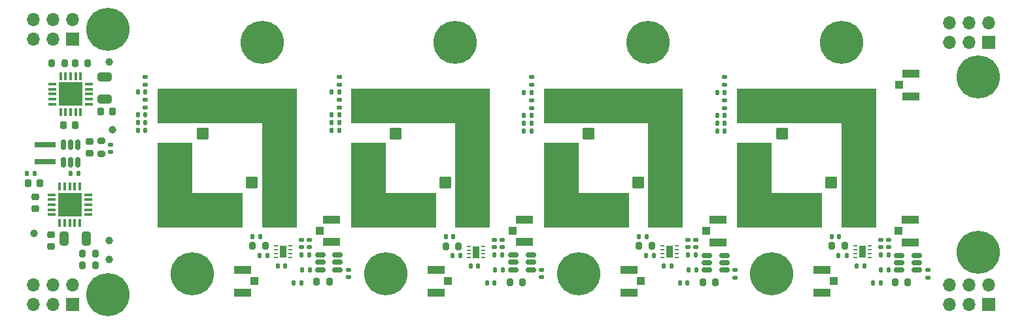
<source format=gts>
G04 #@! TF.GenerationSoftware,KiCad,Pcbnew,8.0.7-8.0.7-0~ubuntu22.04.1*
G04 #@! TF.CreationDate,2025-03-20T12:44:01-04:00*
G04 #@! TF.ProjectId,trigger,74726967-6765-4722-9e6b-696361645f70,rev?*
G04 #@! TF.SameCoordinates,Original*
G04 #@! TF.FileFunction,Soldermask,Top*
G04 #@! TF.FilePolarity,Negative*
%FSLAX46Y46*%
G04 Gerber Fmt 4.6, Leading zero omitted, Abs format (unit mm)*
G04 Created by KiCad (PCBNEW 8.0.7-8.0.7-0~ubuntu22.04.1) date 2025-03-20 12:44:01*
%MOMM*%
%LPD*%
G01*
G04 APERTURE LIST*
G04 Aperture macros list*
%AMRoundRect*
0 Rectangle with rounded corners*
0 $1 Rounding radius*
0 $2 $3 $4 $5 $6 $7 $8 $9 X,Y pos of 4 corners*
0 Add a 4 corners polygon primitive as box body*
4,1,4,$2,$3,$4,$5,$6,$7,$8,$9,$2,$3,0*
0 Add four circle primitives for the rounded corners*
1,1,$1+$1,$2,$3*
1,1,$1+$1,$4,$5*
1,1,$1+$1,$6,$7*
1,1,$1+$1,$8,$9*
0 Add four rect primitives between the rounded corners*
20,1,$1+$1,$2,$3,$4,$5,0*
20,1,$1+$1,$4,$5,$6,$7,0*
20,1,$1+$1,$6,$7,$8,$9,0*
20,1,$1+$1,$8,$9,$2,$3,0*%
G04 Aperture macros list end*
%ADD10C,5.600000*%
%ADD11RoundRect,0.062500X-0.187500X-0.062500X0.187500X-0.062500X0.187500X0.062500X-0.187500X0.062500X0*%
%ADD12R,0.900000X1.600000*%
%ADD13RoundRect,0.200000X0.200000X0.275000X-0.200000X0.275000X-0.200000X-0.275000X0.200000X-0.275000X0*%
%ADD14RoundRect,0.200000X-0.200000X-0.275000X0.200000X-0.275000X0.200000X0.275000X-0.200000X0.275000X0*%
%ADD15RoundRect,0.135000X-0.135000X-0.185000X0.135000X-0.185000X0.135000X0.185000X-0.135000X0.185000X0*%
%ADD16RoundRect,0.140000X-0.140000X-0.170000X0.140000X-0.170000X0.140000X0.170000X-0.140000X0.170000X0*%
%ADD17RoundRect,0.225000X-0.225000X-0.250000X0.225000X-0.250000X0.225000X0.250000X-0.225000X0.250000X0*%
%ADD18RoundRect,0.225000X0.250000X-0.225000X0.250000X0.225000X-0.250000X0.225000X-0.250000X-0.225000X0*%
%ADD19RoundRect,0.225000X-0.250000X0.225000X-0.250000X-0.225000X0.250000X-0.225000X0.250000X0.225000X0*%
%ADD20RoundRect,0.225000X0.225000X0.250000X-0.225000X0.250000X-0.225000X-0.250000X0.225000X-0.250000X0*%
%ADD21R,1.050000X1.000000*%
%ADD22R,2.200000X1.050000*%
%ADD23RoundRect,0.140000X0.140000X0.170000X-0.140000X0.170000X-0.140000X-0.170000X0.140000X-0.170000X0*%
%ADD24RoundRect,0.135000X-0.185000X0.135000X-0.185000X-0.135000X0.185000X-0.135000X0.185000X0.135000X0*%
%ADD25RoundRect,0.140000X-0.170000X0.140000X-0.170000X-0.140000X0.170000X-0.140000X0.170000X0.140000X0*%
%ADD26R,2.700000X0.800000*%
%ADD27RoundRect,0.135000X0.135000X0.185000X-0.135000X0.185000X-0.135000X-0.185000X0.135000X-0.185000X0*%
%ADD28RoundRect,0.150000X-0.512500X-0.150000X0.512500X-0.150000X0.512500X0.150000X-0.512500X0.150000X0*%
%ADD29RoundRect,0.098425X0.651575X0.651575X-0.651575X0.651575X-0.651575X-0.651575X0.651575X-0.651575X0*%
%ADD30RoundRect,0.140000X0.170000X-0.140000X0.170000X0.140000X-0.170000X0.140000X-0.170000X-0.140000X0*%
%ADD31C,1.000000*%
%ADD32RoundRect,0.250000X-0.650000X0.325000X-0.650000X-0.325000X0.650000X-0.325000X0.650000X0.325000X0*%
%ADD33RoundRect,0.087500X0.425000X0.087500X-0.425000X0.087500X-0.425000X-0.087500X0.425000X-0.087500X0*%
%ADD34RoundRect,0.087500X0.087500X0.425000X-0.087500X0.425000X-0.087500X-0.425000X0.087500X-0.425000X0*%
%ADD35R,3.150000X3.150000*%
%ADD36RoundRect,0.250000X0.325000X0.650000X-0.325000X0.650000X-0.325000X-0.650000X0.325000X-0.650000X0*%
%ADD37RoundRect,0.087500X-0.087500X0.425000X-0.087500X-0.425000X0.087500X-0.425000X0.087500X0.425000X0*%
%ADD38RoundRect,0.087500X-0.425000X0.087500X-0.425000X-0.087500X0.425000X-0.087500X0.425000X0.087500X0*%
%ADD39RoundRect,0.200000X0.275000X-0.200000X0.275000X0.200000X-0.275000X0.200000X-0.275000X-0.200000X0*%
%ADD40O,1.700000X1.700000*%
%ADD41R,1.700000X1.700000*%
%ADD42RoundRect,0.150000X0.150000X-0.512500X0.150000X0.512500X-0.150000X0.512500X-0.150000X-0.512500X0*%
G04 APERTURE END LIST*
D10*
X197250000Y-112250000D03*
X197250000Y-89500000D03*
X84500000Y-117750000D03*
X84500000Y-83250000D03*
X170500000Y-115000000D03*
X179500000Y-85000000D03*
X145500000Y-115000000D03*
X154500000Y-85000000D03*
X120500000Y-115000000D03*
X129500000Y-85000000D03*
X95500000Y-115000000D03*
X104500000Y-85000000D03*
D11*
X181275000Y-111425000D03*
X181275000Y-111925000D03*
X181275000Y-112425000D03*
X181275000Y-112925000D03*
X183175000Y-112925000D03*
X183175000Y-112425000D03*
X183175000Y-111925000D03*
X183175000Y-111425000D03*
D12*
X182225000Y-112175000D03*
D11*
X156325000Y-111400000D03*
X156325000Y-111900000D03*
X156325000Y-112400000D03*
X156325000Y-112900000D03*
X158225000Y-112900000D03*
X158225000Y-112400000D03*
X158225000Y-111900000D03*
X158225000Y-111400000D03*
D12*
X157275000Y-112150000D03*
D11*
X131275000Y-111450000D03*
X131275000Y-111950000D03*
X131275000Y-112450000D03*
X131275000Y-112950000D03*
X133175000Y-112950000D03*
X133175000Y-112450000D03*
X133175000Y-111950000D03*
X133175000Y-111450000D03*
D12*
X132225000Y-112200000D03*
D11*
X106275000Y-111425000D03*
X106275000Y-111925000D03*
X106275000Y-112425000D03*
X106275000Y-112925000D03*
X108175000Y-112925000D03*
X108175000Y-112425000D03*
X108175000Y-111925000D03*
X108175000Y-111425000D03*
D12*
X107225000Y-112175000D03*
D13*
X81275000Y-113900000D03*
X82925000Y-113900000D03*
D14*
X179925000Y-111425000D03*
X178275000Y-111425000D03*
D15*
X180170000Y-112675000D03*
X179150000Y-112675000D03*
D14*
X154975000Y-111400000D03*
X153325000Y-111400000D03*
D15*
X155210000Y-112625000D03*
X154190000Y-112625000D03*
D14*
X129925000Y-111450000D03*
X128275000Y-111450000D03*
D15*
X130160000Y-112700000D03*
X129140000Y-112700000D03*
X105160000Y-112675000D03*
X104140000Y-112675000D03*
D16*
X179230000Y-110200000D03*
X178270000Y-110200000D03*
X154280000Y-110175000D03*
X153320000Y-110175000D03*
X129230000Y-110225000D03*
X128270000Y-110225000D03*
D17*
X75725000Y-103250000D03*
X74175000Y-103250000D03*
D18*
X75100000Y-106575000D03*
X75100000Y-105025000D03*
D19*
X77200000Y-111475000D03*
X77200000Y-109925000D03*
D20*
X78775000Y-95750000D03*
X80325000Y-95750000D03*
D17*
X85150000Y-93975000D03*
X83600000Y-93975000D03*
D19*
X82150000Y-99375000D03*
X82150000Y-97825000D03*
D21*
X178525000Y-116000000D03*
D22*
X177000000Y-114525000D03*
X177000000Y-117475000D03*
X152000000Y-117475000D03*
X152000000Y-114525000D03*
D21*
X153525000Y-116000000D03*
D22*
X127000000Y-117475000D03*
X127000000Y-114525000D03*
D21*
X128525000Y-116000000D03*
D22*
X102000000Y-117475000D03*
X102000000Y-114525000D03*
D21*
X103525000Y-116000000D03*
D23*
X113520000Y-95400000D03*
X114480000Y-95400000D03*
D15*
X110610000Y-112575000D03*
X109590000Y-112575000D03*
D24*
X114500000Y-90500000D03*
X114500000Y-89480000D03*
D25*
X190700000Y-115505000D03*
X190700000Y-114545000D03*
D24*
X139400000Y-90510000D03*
X139400000Y-89490000D03*
D26*
X76400000Y-100500000D03*
X76400000Y-98300000D03*
D13*
X80262500Y-87650000D03*
X81912500Y-87650000D03*
D27*
X109640000Y-114487500D03*
X110660000Y-114487500D03*
D24*
X114500000Y-93410000D03*
X114500000Y-92390000D03*
X139400000Y-93510000D03*
X139400000Y-92490000D03*
D23*
X138420000Y-95500000D03*
X139380000Y-95500000D03*
D14*
X104925000Y-111425000D03*
X103275000Y-111425000D03*
D28*
X164337500Y-112625000D03*
X164337500Y-113575000D03*
X164337500Y-114525000D03*
X162062500Y-114525000D03*
X162062500Y-113575000D03*
X162062500Y-112625000D03*
D23*
X163420000Y-91500000D03*
X164380000Y-91500000D03*
D29*
X146800000Y-96800000D03*
X153200000Y-103200000D03*
D30*
X135600000Y-110600000D03*
X135600000Y-111560000D03*
X84850000Y-99230000D03*
X84850000Y-98270000D03*
D31*
X75000000Y-109800000D03*
D23*
X88420000Y-95400000D03*
X89380000Y-95400000D03*
X133620000Y-116250000D03*
X134580000Y-116250000D03*
D32*
X84087500Y-92375000D03*
X84087500Y-89425000D03*
D13*
X77262500Y-87650000D03*
X78912500Y-87650000D03*
D25*
X115700000Y-115460000D03*
X115700000Y-114500000D03*
D16*
X107480000Y-114000000D03*
X106520000Y-114000000D03*
D15*
X80760000Y-101975000D03*
X79740000Y-101975000D03*
D30*
X160650000Y-110595000D03*
X160650000Y-111555000D03*
D31*
X84700000Y-87500000D03*
D25*
X140700000Y-115480000D03*
X140700000Y-114520000D03*
D33*
X81962500Y-107362500D03*
X81962500Y-106712500D03*
X81962500Y-106062500D03*
X81962500Y-105412500D03*
X81962500Y-104762500D03*
D34*
X80900000Y-103700000D03*
X80250000Y-103700000D03*
X79600000Y-103700000D03*
X78950000Y-103700000D03*
X78300000Y-103700000D03*
D33*
X77237500Y-104762500D03*
X77237500Y-105412500D03*
X77237500Y-106062500D03*
X77237500Y-106712500D03*
X77237500Y-107362500D03*
D34*
X78300000Y-108425000D03*
X78950000Y-108425000D03*
X79600000Y-108425000D03*
X80250000Y-108425000D03*
X80900000Y-108425000D03*
D35*
X79600000Y-106062500D03*
D30*
X110600000Y-110595000D03*
X110600000Y-111555000D03*
D31*
X84700000Y-110750000D03*
D16*
X157480000Y-114000000D03*
X156520000Y-114000000D03*
X104230000Y-110200000D03*
X103270000Y-110200000D03*
D23*
X183620000Y-116250000D03*
X184580000Y-116250000D03*
D16*
X132480000Y-114000000D03*
X131520000Y-114000000D03*
D30*
X185600000Y-110595000D03*
X185600000Y-111555000D03*
D14*
X138225000Y-116100000D03*
X136575000Y-116100000D03*
D25*
X165750000Y-115505000D03*
X165750000Y-114545000D03*
D22*
X113500000Y-107975000D03*
X113500000Y-110925000D03*
D21*
X111975000Y-109450000D03*
D30*
X109600000Y-110595000D03*
X109600000Y-111555000D03*
D23*
X163420000Y-96500000D03*
X164380000Y-96500000D03*
D15*
X160650000Y-112575000D03*
X159630000Y-112575000D03*
D30*
X134600000Y-110600000D03*
X134600000Y-111560000D03*
D21*
X136975000Y-109450000D03*
D22*
X138500000Y-110925000D03*
X138500000Y-107975000D03*
D15*
X185600000Y-112575000D03*
X184580000Y-112575000D03*
D23*
X138420000Y-94500000D03*
X139380000Y-94500000D03*
X159580000Y-116250000D03*
X158620000Y-116250000D03*
D14*
X163225000Y-116125000D03*
X161575000Y-116125000D03*
D23*
X163420000Y-94500000D03*
X164380000Y-94500000D03*
D22*
X163550000Y-108000000D03*
X163550000Y-110950000D03*
D21*
X162025000Y-109475000D03*
D28*
X114287500Y-112587500D03*
X114287500Y-113537500D03*
X114287500Y-114487500D03*
X112012500Y-114487500D03*
X112012500Y-113537500D03*
X112012500Y-112587500D03*
D14*
X188125000Y-116125000D03*
X186475000Y-116125000D03*
D15*
X135600000Y-112580000D03*
X134580000Y-112580000D03*
D29*
X96800000Y-96800000D03*
X103200000Y-103200000D03*
D31*
X84720000Y-113200000D03*
D28*
X187012500Y-112625000D03*
X187012500Y-113575000D03*
X187012500Y-114525000D03*
X189287500Y-114525000D03*
X189287500Y-113575000D03*
X189287500Y-112625000D03*
D24*
X89400000Y-93410000D03*
X89400000Y-92390000D03*
D23*
X108620000Y-116250000D03*
X109580000Y-116250000D03*
X113520000Y-94400000D03*
X114480000Y-94400000D03*
D27*
X159690000Y-114525000D03*
X160710000Y-114525000D03*
D23*
X113520000Y-96400000D03*
X114480000Y-96400000D03*
X138420000Y-91500000D03*
X139380000Y-91500000D03*
X88420000Y-94400000D03*
X89380000Y-94400000D03*
D14*
X113225000Y-116087500D03*
X111575000Y-116087500D03*
D29*
X171800000Y-96800000D03*
X178200000Y-103200000D03*
D23*
X163420000Y-95500000D03*
X164380000Y-95500000D03*
D16*
X181520000Y-114000000D03*
X182480000Y-114000000D03*
D27*
X134640000Y-114500000D03*
X135660000Y-114500000D03*
D29*
X121800000Y-96800000D03*
X128200000Y-103200000D03*
D24*
X164400000Y-90510000D03*
X164400000Y-89490000D03*
D23*
X88420000Y-91400000D03*
X89380000Y-91400000D03*
X113520000Y-91400000D03*
X114480000Y-91400000D03*
D14*
X82925000Y-112400000D03*
X81275000Y-112400000D03*
D24*
X89400000Y-90470000D03*
X89400000Y-89450000D03*
D23*
X88420000Y-96400000D03*
X89380000Y-96400000D03*
D36*
X78825000Y-110450000D03*
X81775000Y-110450000D03*
D23*
X138420000Y-96500000D03*
X139380000Y-96500000D03*
D16*
X75030000Y-102000000D03*
X74070000Y-102000000D03*
D30*
X159650000Y-110595000D03*
X159650000Y-111555000D03*
D27*
X184640000Y-114525000D03*
X185660000Y-114525000D03*
D28*
X139287500Y-112600000D03*
X139287500Y-113550000D03*
X139287500Y-114500000D03*
X137012500Y-114500000D03*
X137012500Y-113550000D03*
X137012500Y-112600000D03*
D24*
X164400000Y-93500000D03*
X164400000Y-92480000D03*
D30*
X184600000Y-110595000D03*
X184600000Y-111555000D03*
D31*
X85100000Y-96300000D03*
D22*
X188450000Y-108000000D03*
X188450000Y-110950000D03*
D21*
X186925000Y-109475000D03*
D37*
X81000000Y-89337500D03*
X80350000Y-89337500D03*
X79700000Y-89337500D03*
X79050000Y-89337500D03*
X78400000Y-89337500D03*
D38*
X77337500Y-90400000D03*
X77337500Y-91050000D03*
X77337500Y-91700000D03*
X77337500Y-92350000D03*
X77337500Y-93000000D03*
D37*
X78400000Y-94062500D03*
X79050000Y-94062500D03*
X79700000Y-94062500D03*
X80350000Y-94062500D03*
X81000000Y-94062500D03*
D38*
X82062500Y-93000000D03*
X82062500Y-92350000D03*
X82062500Y-91700000D03*
X82062500Y-91050000D03*
X82062500Y-90400000D03*
D35*
X79700000Y-91700000D03*
D39*
X83650000Y-97775000D03*
X83650000Y-99425000D03*
D22*
X188500000Y-89025000D03*
X188500000Y-91975000D03*
D21*
X186975000Y-90500000D03*
D40*
X74920000Y-82000000D03*
X77460000Y-82000000D03*
X80000000Y-82000000D03*
X74920000Y-84540000D03*
X77460000Y-84540000D03*
D41*
X80000000Y-84540000D03*
D40*
X193460000Y-116460000D03*
X196000000Y-116460000D03*
X198540000Y-116460000D03*
X193460000Y-119000000D03*
X196000000Y-119000000D03*
D41*
X198540000Y-119000000D03*
D40*
X193460000Y-82460000D03*
X196000000Y-82460000D03*
X198540000Y-82460000D03*
X193460000Y-85000000D03*
X196000000Y-85000000D03*
D41*
X198540000Y-85000000D03*
D40*
X74920000Y-116460000D03*
X77460000Y-116460000D03*
X80000000Y-116460000D03*
X74920000Y-119000000D03*
X77460000Y-119000000D03*
D41*
X80000000Y-119000000D03*
D42*
X78750000Y-100550000D03*
X79700000Y-100550000D03*
X80650000Y-100550000D03*
X80650000Y-98275000D03*
X79700000Y-98275000D03*
X78750000Y-98275000D03*
G36*
X120485648Y-98014352D02*
G01*
X120500000Y-98049000D01*
X120500000Y-104500000D01*
X126951000Y-104500000D01*
X126985648Y-104514352D01*
X127000000Y-104549000D01*
X127000000Y-108951000D01*
X126985648Y-108985648D01*
X126951000Y-109000000D01*
X116049000Y-109000000D01*
X116014352Y-108985648D01*
X116000000Y-108951000D01*
X116000000Y-98049000D01*
X116014352Y-98014352D01*
X116049000Y-98000000D01*
X120451000Y-98000000D01*
X120485648Y-98014352D01*
G37*
G36*
X170485648Y-98014352D02*
G01*
X170500000Y-98049000D01*
X170500000Y-104500000D01*
X176951000Y-104500000D01*
X176985648Y-104514352D01*
X177000000Y-104549000D01*
X177000000Y-108951000D01*
X176985648Y-108985648D01*
X176951000Y-109000000D01*
X166049000Y-109000000D01*
X166014352Y-108985648D01*
X166000000Y-108951000D01*
X166000000Y-98049000D01*
X166014352Y-98014352D01*
X166049000Y-98000000D01*
X170451000Y-98000000D01*
X170485648Y-98014352D01*
G37*
G36*
X108985648Y-91014352D02*
G01*
X109000000Y-91049000D01*
X109000000Y-108951000D01*
X108985648Y-108985648D01*
X108951000Y-109000000D01*
X104549000Y-109000000D01*
X104514352Y-108985648D01*
X104500000Y-108951000D01*
X104500000Y-95500000D01*
X91049000Y-95500000D01*
X91014352Y-95485648D01*
X91000000Y-95451000D01*
X91000000Y-91049000D01*
X91014352Y-91014352D01*
X91049000Y-91000000D01*
X108951000Y-91000000D01*
X108985648Y-91014352D01*
G37*
G36*
X133985648Y-91014352D02*
G01*
X134000000Y-91049000D01*
X134000000Y-108951000D01*
X133985648Y-108985648D01*
X133951000Y-109000000D01*
X129549000Y-109000000D01*
X129514352Y-108985648D01*
X129500000Y-108951000D01*
X129500000Y-95500000D01*
X116049000Y-95500000D01*
X116014352Y-95485648D01*
X116000000Y-95451000D01*
X116000000Y-91049000D01*
X116014352Y-91014352D01*
X116049000Y-91000000D01*
X133951000Y-91000000D01*
X133985648Y-91014352D01*
G37*
G36*
X95485648Y-98014352D02*
G01*
X95500000Y-98049000D01*
X95500000Y-104500000D01*
X101951000Y-104500000D01*
X101985648Y-104514352D01*
X102000000Y-104549000D01*
X102000000Y-108951000D01*
X101985648Y-108985648D01*
X101951000Y-109000000D01*
X91049000Y-109000000D01*
X91014352Y-108985648D01*
X91000000Y-108951000D01*
X91000000Y-98049000D01*
X91014352Y-98014352D01*
X91049000Y-98000000D01*
X95451000Y-98000000D01*
X95485648Y-98014352D01*
G37*
G36*
X183985648Y-91014352D02*
G01*
X184000000Y-91049000D01*
X184000000Y-108951000D01*
X183985648Y-108985648D01*
X183951000Y-109000000D01*
X179549000Y-109000000D01*
X179514352Y-108985648D01*
X179500000Y-108951000D01*
X179500000Y-95500000D01*
X166049000Y-95500000D01*
X166014352Y-95485648D01*
X166000000Y-95451000D01*
X166000000Y-91049000D01*
X166014352Y-91014352D01*
X166049000Y-91000000D01*
X183951000Y-91000000D01*
X183985648Y-91014352D01*
G37*
G36*
X158985648Y-91014352D02*
G01*
X159000000Y-91049000D01*
X159000000Y-108951000D01*
X158985648Y-108985648D01*
X158951000Y-109000000D01*
X154549000Y-109000000D01*
X154514352Y-108985648D01*
X154500000Y-108951000D01*
X154500000Y-95500000D01*
X141049000Y-95500000D01*
X141014352Y-95485648D01*
X141000000Y-95451000D01*
X141000000Y-91049000D01*
X141014352Y-91014352D01*
X141049000Y-91000000D01*
X158951000Y-91000000D01*
X158985648Y-91014352D01*
G37*
G36*
X145485648Y-98014352D02*
G01*
X145500000Y-98049000D01*
X145500000Y-104500000D01*
X151951000Y-104500000D01*
X151985648Y-104514352D01*
X152000000Y-104549000D01*
X152000000Y-108951000D01*
X151985648Y-108985648D01*
X151951000Y-109000000D01*
X141049000Y-109000000D01*
X141014352Y-108985648D01*
X141000000Y-108951000D01*
X141000000Y-98049000D01*
X141014352Y-98014352D01*
X141049000Y-98000000D01*
X145451000Y-98000000D01*
X145485648Y-98014352D01*
G37*
M02*

</source>
